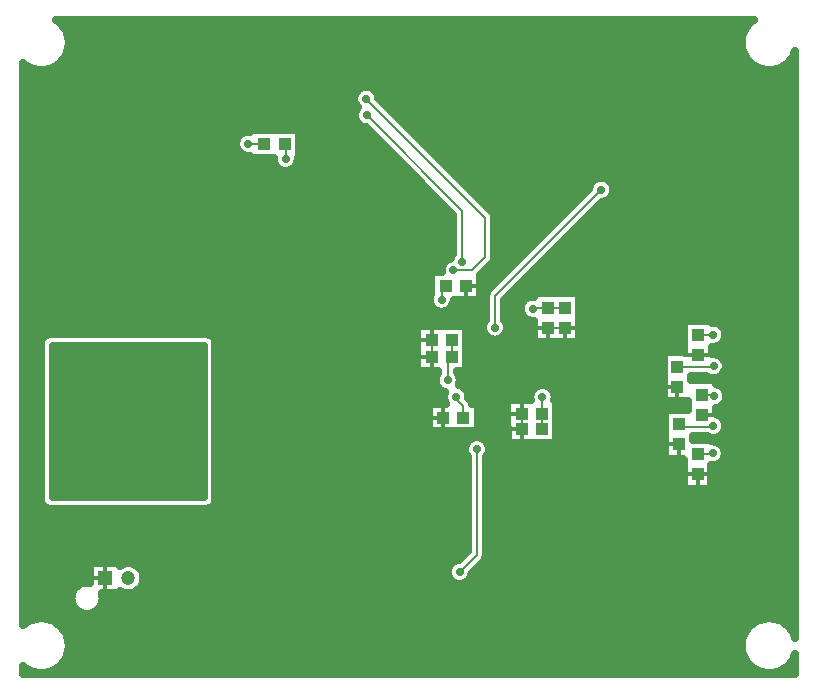
<source format=gbr>
G04 DipTrace 3.2.0.0*
G04 armboard1_layout_12PINCONNECTOR_Bottom.gbr*
%MOMM*%
G04 #@! TF.FileFunction,Copper,L2,Bot*
G04 #@! TF.Part,Single*
G04 #@! TA.AperFunction,Conductor*
%ADD13C,0.2*%
G04 #@! TA.AperFunction,ViaPad*
%ADD16C,0.7*%
G04 #@! TA.AperFunction,CopperBalancing*
%ADD18C,0.635*%
%ADD19C,0.33*%
%ADD22R,1.1X1.0*%
%ADD23R,1.0X1.1*%
G04 #@! TA.AperFunction,ComponentPad*
%ADD34R,1.2X1.2*%
%ADD35C,1.2*%
%FSLAX35Y35*%
G04*
G71*
G90*
G75*
G01*
G04 Bottom*
%LPD*%
X359940Y286823D2*
D13*
X369330Y296213D1*
X490443D1*
X490553Y296323D1*
X633330D1*
X-324537Y-121690D2*
Y21183D1*
Y-121690D2*
X-360163Y-157317D1*
Y-316690D1*
X-410163Y363310D2*
Y477303D1*
X-376997D1*
X-286363Y-459223D2*
X-302237D1*
X-227477Y-533983D1*
Y-633830D1*
X443810Y-459223D2*
Y-602083D1*
X439203D1*
X440000Y-730000D2*
X439203Y-729203D1*
Y-602083D1*
X-1739877Y1680443D2*
X-1731850D1*
Y1574087D1*
X-1730377Y1572613D1*
Y1555750D1*
X-1909877Y1680443D2*
X-1913110Y1683677D1*
X-2047603D1*
X-1043087Y1924683D2*
X-233723Y1115320D1*
Y686140D1*
X-1047750Y2063750D2*
Y2047877D1*
Y2063750D2*
X-40163Y1056163D1*
Y723310D1*
X-150163Y613310D1*
X-310163D1*
X-257460Y-1942090D2*
X-110377Y-1795007D1*
Y-901533D1*
X-494537Y21183D2*
Y-121690D1*
X-397477Y-633830D2*
Y-490970D1*
X269203Y-602083D2*
Y-459223D1*
X490443Y126213D2*
X484453Y120223D1*
X366567D1*
X490443Y126213D2*
X490553Y126323D1*
X633330D1*
X270000Y-730000D2*
X269203Y-729203D1*
Y-602083D1*
X1886183Y-938043D2*
X1878737Y-945490D1*
X1756397D1*
X1889577Y-704587D2*
X1895647Y-710657D1*
X1601357D1*
Y-688807D1*
X1898570Y-452423D2*
X1885907Y-439760D1*
X1796220D1*
X1892573Y-197620D2*
X1887573Y-202620D1*
X1586560D1*
X1889577Y66173D2*
X1887337Y63933D1*
X1758753D1*
X41920Y128347D2*
Y393017D1*
X942213Y1293310D1*
X939837D1*
D16*
X-1043087Y1924683D3*
X-310163Y613310D3*
X-110377Y-901533D3*
X939837Y1293310D3*
X-2047603Y1683677D3*
X-1730377Y1555750D3*
X-248093Y308353D3*
X1900257Y305450D3*
X-460000Y-240000D3*
X-1047750Y2063750D3*
X1889577Y66173D3*
X-397477Y-490970D3*
X-1234040Y427007D3*
X359940Y286823D3*
X-410163Y363310D3*
X443810Y-459223D3*
X-286363D3*
X-360163Y-316690D3*
X41920Y128347D3*
X269203Y-459223D3*
X366567Y120223D3*
X-1031877Y2349500D3*
X2265697Y1389513D3*
X-3484413Y-581430D3*
X1892573Y-197620D3*
X-939097Y390453D3*
X-1651333Y-1466503D3*
X-2234947Y-355917D3*
X1668260Y2184293D3*
X1898570Y-452423D3*
X-3009210Y151553D3*
X-3501333Y-865490D3*
Y-1024240D3*
X1118340Y1666307D3*
X-3310837Y-1151233D3*
X-2993337D3*
X-2771083Y-1024240D3*
Y-833740D3*
X-3486103Y-417600D3*
X-2802833Y-389233D3*
X-2612333D3*
Y-547987D3*
Y-738490D3*
Y-928990D3*
Y-1119483D3*
X-3660083D3*
Y-928990D3*
Y-706737D3*
X-2234947Y25083D3*
X-2219073Y-736917D3*
Y-1117917D3*
X-1111583Y-1466503D3*
X1889577Y-704587D3*
X1886183Y-938043D3*
X-503430Y1773477D3*
X-1826313Y2065500D3*
X-2825750Y1809750D3*
X-3252167Y124480D3*
X-1059097Y430453D3*
X-257460Y-1942090D3*
X-233723Y686140D3*
X1684897Y885920D3*
X-2283327Y1912160D3*
X-3192230Y-344613D3*
X-3669053Y-425867D3*
X-140000Y310000D3*
X-3601747Y2670580D2*
D18*
X2164473D1*
X-3571577Y2607413D2*
X2134213D1*
X-3561640Y2544247D2*
X2124280D1*
X-3569207Y2481080D2*
X2131843D1*
X-3596277Y2417913D2*
X2158913D1*
X-3653880Y2354747D2*
X2216517D1*
X2508853D2*
X2577637D1*
X-3946093Y2291580D2*
X2577637D1*
X-3946093Y2228413D2*
X2577637D1*
X-3946093Y2165247D2*
X-1066827D1*
X-1028700D2*
X2577637D1*
X-3946093Y2102080D2*
X-1148950D1*
X-946577D2*
X2577637D1*
X-3946093Y2038913D2*
X-1153327D1*
X-907293D2*
X2577637D1*
X-3946093Y1975747D2*
X-1138103D1*
X-844127D2*
X2577637D1*
X-3946093Y1912580D2*
X-1151047D1*
X-780963D2*
X2577637D1*
X-3946093Y1849413D2*
X-1118690D1*
X-717800D2*
X2577637D1*
X-3946093Y1786247D2*
X-2038533D1*
X-1611210D2*
X-1020343D1*
X-654637D2*
X2577637D1*
X-3946093Y1723080D2*
X-2148363D1*
X-1611210D2*
X-957180D1*
X-591380D2*
X2577637D1*
X-3946093Y1659913D2*
X-2153470D1*
X-1611210D2*
X-894017D1*
X-528217D2*
X2577637D1*
X-3946093Y1596747D2*
X-2107897D1*
X-1611210D2*
X-830760D1*
X-465053D2*
X2577637D1*
X-3946093Y1533580D2*
X-1836553D1*
X-1624153D2*
X-767597D1*
X-401890D2*
X2577637D1*
X-3946093Y1470413D2*
X-1793170D1*
X-1667630D2*
X-704433D1*
X-338723D2*
X2577637D1*
X-3946093Y1407247D2*
X-641270D1*
X-275560D2*
X2577637D1*
X-3946093Y1344080D2*
X-578103D1*
X-212397D2*
X844683D1*
X1035027D2*
X2577637D1*
X-3946093Y1280913D2*
X-514940D1*
X-149233D2*
X814147D1*
X1047693D2*
X2577637D1*
X-3946093Y1217747D2*
X-451777D1*
X-86070D2*
X750983D1*
X1015157D2*
X2577637D1*
X-3946093Y1154580D2*
X-388613D1*
X-22903D2*
X687820D1*
X919180D2*
X2577637D1*
X-3946093Y1091413D2*
X-325447D1*
X34973D2*
X624657D1*
X856013D2*
X2577637D1*
X-3946093Y1028247D2*
X-317337D1*
X43450D2*
X561493D1*
X792760D2*
X2577637D1*
X-3946093Y965080D2*
X-317337D1*
X43450D2*
X498327D1*
X729597D2*
X2577637D1*
X-3946093Y901913D2*
X-317337D1*
X43450D2*
X435163D1*
X666430D2*
X2577637D1*
X-3946093Y838747D2*
X-317337D1*
X43450D2*
X372000D1*
X603267D2*
X2577637D1*
X-3946093Y775580D2*
X-317337D1*
X43450D2*
X308837D1*
X540103D2*
X2577637D1*
X-3946093Y712413D2*
X-341853D1*
X42720D2*
X245673D1*
X476940D2*
X2577637D1*
X-3946093Y649247D2*
X-412310D1*
X1430D2*
X182507D1*
X413777D2*
X2577637D1*
X-3946093Y586080D2*
X-505643D1*
X-61733D2*
X119343D1*
X350610D2*
X2577637D1*
X-3946093Y522913D2*
X-505643D1*
X-78320D2*
X56180D1*
X287447D2*
X2577637D1*
X-3946093Y459747D2*
X-505643D1*
X-78320D2*
X-6983D1*
X224283D2*
X2577637D1*
X-3946093Y396580D2*
X-513210D1*
X-78320D2*
X-41620D1*
X161120D2*
X366803D1*
X756940D2*
X2577637D1*
X-3946093Y333413D2*
X-514303D1*
X-306003D2*
X-41710D1*
X125573D2*
X262533D1*
X756940D2*
X2577637D1*
X-3946093Y270247D2*
X-458977D1*
X-361330D2*
X-41710D1*
X125573D2*
X252690D1*
X756940D2*
X2577637D1*
X-3946093Y207080D2*
X-41710D1*
X125573D2*
X289513D1*
X756940D2*
X2577637D1*
X-3946093Y143913D2*
X-65500D1*
X149360D2*
X366803D1*
X756940D2*
X1635100D1*
X1962433D2*
X2577637D1*
X-3946093Y80747D2*
X-623220D1*
X-195900D2*
X-54927D1*
X138790D2*
X366803D1*
X756940D2*
X1635100D1*
X1997160D2*
X2577637D1*
X-3946093Y17580D2*
X-3804850D1*
X-2321147D2*
X-623220D1*
X-195900D2*
X366803D1*
X756940D2*
X1635100D1*
X1985950D2*
X2577637D1*
X-3946093Y-45587D2*
X-3806673D1*
X-2319323D2*
X-623220D1*
X-195900D2*
X1635100D1*
X1882407D2*
X2577637D1*
X-3946093Y-108753D2*
X-3806673D1*
X-2319323D2*
X-623220D1*
X-195900D2*
X1462923D1*
X1949583D2*
X2577637D1*
X-3946093Y-171920D2*
X-3806673D1*
X-2319323D2*
X-623220D1*
X-195900D2*
X1462923D1*
X1997890D2*
X2577637D1*
X-3946093Y-235087D2*
X-3806673D1*
X-2319323D2*
X-623220D1*
X-195900D2*
X1462923D1*
X1994063D2*
X2577637D1*
X-3946093Y-298253D2*
X-3806673D1*
X-2319323D2*
X-467090D1*
X-253230D2*
X1462923D1*
X1710233D2*
X1867887D1*
X1917227D2*
X2577637D1*
X-3946093Y-361420D2*
X-3806673D1*
X-2319323D2*
X-458520D1*
X-250040D2*
X407457D1*
X480130D2*
X1462923D1*
X1951587D2*
X2577637D1*
X-3946093Y-424587D2*
X-3806673D1*
X-2319323D2*
X-388977D1*
X-183777D2*
X341193D1*
X546393D2*
X1462923D1*
X2003360D2*
X2577637D1*
X-3946093Y-487753D2*
X-3806673D1*
X-2319323D2*
X-390983D1*
X-159167D2*
X140580D1*
X567813D2*
X1462923D1*
X2000897D2*
X2577637D1*
X-3946093Y-550920D2*
X-3806673D1*
X-2319323D2*
X-526150D1*
X-98830D2*
X140580D1*
X567813D2*
X1672560D1*
X1932540D2*
X2577637D1*
X-3946093Y-614087D2*
X-3806673D1*
X-2319323D2*
X-526150D1*
X-98830D2*
X140580D1*
X568633D2*
X1477690D1*
X1943567D2*
X2577637D1*
X-3946093Y-677253D2*
X-3806673D1*
X-2319323D2*
X-526150D1*
X-98830D2*
X140580D1*
X568633D2*
X1477690D1*
X1994517D2*
X2577637D1*
X-3946093Y-740420D2*
X-3806673D1*
X-2319323D2*
X-526150D1*
X-98830D2*
X141400D1*
X568633D2*
X1477690D1*
X1991693D2*
X2577637D1*
X-3946093Y-803587D2*
X-3806673D1*
X-2319323D2*
X-146257D1*
X-74493D2*
X141400D1*
X568633D2*
X1477690D1*
X1725000D2*
X1857493D1*
X1921693D2*
X2577637D1*
X-3946093Y-866753D2*
X-3806673D1*
X-2319323D2*
X-212883D1*
X-7867D2*
X1477690D1*
X1965897D2*
X2577637D1*
X-3946093Y-929920D2*
X-3806673D1*
X-2319323D2*
X-214980D1*
X-5770D2*
X1477690D1*
X1994517D2*
X2577637D1*
X-3946093Y-993087D2*
X-3806673D1*
X-2319323D2*
X-194017D1*
X-26733D2*
X1632730D1*
X1978750D2*
X2577637D1*
X-3946093Y-1056253D2*
X-3806673D1*
X-2319323D2*
X-194017D1*
X-26733D2*
X1632730D1*
X1880040D2*
X2577637D1*
X-3946093Y-1119420D2*
X-3806673D1*
X-2319323D2*
X-194017D1*
X-26733D2*
X1632730D1*
X1880040D2*
X2577637D1*
X-3946093Y-1182587D2*
X-3806673D1*
X-2319323D2*
X-194017D1*
X-26733D2*
X1632730D1*
X1880040D2*
X2577637D1*
X-3946093Y-1245753D2*
X-3806673D1*
X-2319323D2*
X-194017D1*
X-26733D2*
X2577637D1*
X-3946093Y-1308920D2*
X-3806673D1*
X-2319323D2*
X-194017D1*
X-26733D2*
X2577637D1*
X-3946093Y-1372087D2*
X-3797283D1*
X-2328803D2*
X-194017D1*
X-26733D2*
X2577637D1*
X-3946093Y-1435253D2*
X-194017D1*
X-26733D2*
X2577637D1*
X-3946093Y-1498420D2*
X-194017D1*
X-26733D2*
X2577637D1*
X-3946093Y-1561587D2*
X-194017D1*
X-26733D2*
X2577637D1*
X-3946093Y-1624753D2*
X-194017D1*
X-26733D2*
X2577637D1*
X-3946093Y-1687920D2*
X-194017D1*
X-26733D2*
X2577637D1*
X-3946093Y-1751087D2*
X-194017D1*
X-26733D2*
X2577637D1*
X-3946093Y-1814253D2*
X-245240D1*
X-29193D2*
X2577637D1*
X-3946093Y-1877420D2*
X-3395970D1*
X-3006107D2*
X-343040D1*
X-77137D2*
X2577637D1*
X-3946093Y-1940587D2*
X-3395970D1*
X-2940663D2*
X-366100D1*
X-140300D2*
X2577637D1*
X-3946093Y-2003753D2*
X-3395970D1*
X-2928997D2*
X-345410D1*
X-169467D2*
X2577637D1*
X-3946093Y-2066920D2*
X-3507623D1*
X-2951237D2*
X2577637D1*
X-3946093Y-2130087D2*
X-3546177D1*
X-3278450D2*
X2577637D1*
X-3946093Y-2193253D2*
X-3547543D1*
X-3276993D2*
X2577637D1*
X-3946093Y-2256420D2*
X-3513547D1*
X-3311080D2*
X2577637D1*
X-3946093Y-2319587D2*
X2577637D1*
X-3651877Y-2382753D2*
X2214513D1*
X2510767D2*
X2577637D1*
X-3595367Y-2445920D2*
X2158003D1*
X-3568750Y-2509087D2*
X2131480D1*
X-3561640Y-2572253D2*
X2124280D1*
X-3572033Y-2635420D2*
X2134670D1*
X-3602840Y-2698587D2*
X2165477D1*
X-3668190Y-2761753D2*
X2230827D1*
X2494453D2*
X2577637D1*
X-612160Y138473D2*
X-202247D1*
Y-238980D1*
X-282910D1*
X-282380Y-250257D1*
X-272947Y-263243D1*
X-265660Y-277547D1*
X-260700Y-292810D1*
X-258190Y-308663D1*
Y-324717D1*
X-260700Y-340570D1*
X-265660Y-355833D1*
X-267013Y-358770D1*
X-254753Y-361940D1*
X-239923Y-368083D1*
X-226240Y-376470D1*
X-214033Y-386893D1*
X-203610Y-399100D1*
X-195223Y-412783D1*
X-189080Y-427613D1*
X-185333Y-443220D1*
X-184073Y-459223D1*
X-184443Y-467717D1*
X-168703Y-483787D1*
X-161577Y-493600D1*
X-156070Y-504407D1*
X-152317Y-515963D1*
X-105187Y-516540D1*
Y-751120D1*
X-519767D1*
Y-516540D1*
X-371070D1*
X-377503Y-505663D1*
X-383647Y-490833D1*
X-387393Y-475227D1*
X-388653Y-459223D1*
X-387393Y-443220D1*
X-383647Y-427613D1*
X-379513Y-417143D1*
X-391773Y-413973D1*
X-406603Y-407830D1*
X-420287Y-399443D1*
X-432493Y-389020D1*
X-442917Y-376813D1*
X-451303Y-363130D1*
X-457447Y-348300D1*
X-461193Y-332693D1*
X-462453Y-316690D1*
X-461193Y-300687D1*
X-457447Y-285080D1*
X-451303Y-270250D1*
X-442917Y-256567D1*
X-437457Y-249727D1*
X-437453Y-238943D1*
X-616827Y-238980D1*
Y138473D1*
X-612160D1*
X-84707Y569457D2*
Y360013D1*
X-307843D1*
X-309133Y347307D1*
X-312880Y331700D1*
X-319023Y316870D1*
X-327410Y303187D1*
X-337833Y290980D1*
X-350040Y280557D1*
X-363723Y272170D1*
X-378553Y266027D1*
X-394160Y262280D1*
X-410163Y261020D1*
X-426167Y262280D1*
X-441773Y266027D1*
X-456603Y272170D1*
X-470287Y280557D1*
X-482493Y290980D1*
X-492917Y303187D1*
X-501303Y316870D1*
X-507447Y331700D1*
X-511193Y347307D1*
X-512453Y363310D1*
X-511193Y379313D1*
X-507447Y394920D1*
X-501303Y409750D1*
X-499297Y413333D1*
X-499287Y594593D1*
X-410783D1*
X-412453Y613310D1*
X-411193Y629313D1*
X-407447Y644920D1*
X-401303Y659750D1*
X-392917Y673433D1*
X-382493Y685640D1*
X-370287Y696063D1*
X-356603Y704450D1*
X-341773Y710593D1*
X-332410Y713097D1*
X-328227Y725283D1*
X-320940Y739587D1*
X-311017Y753103D1*
X-311013Y1083263D1*
X-1050367Y1822657D1*
X-1066967Y1825220D1*
X-1082230Y1830180D1*
X-1096533Y1837467D1*
X-1109520Y1846900D1*
X-1120870Y1858250D1*
X-1130303Y1871237D1*
X-1137590Y1885540D1*
X-1142550Y1900803D1*
X-1145060Y1916657D1*
Y1932710D1*
X-1142550Y1948563D1*
X-1137590Y1963827D1*
X-1130303Y1978130D1*
X-1120337Y1991690D1*
X-1130503Y2003627D1*
X-1138890Y2017310D1*
X-1145033Y2032140D1*
X-1148780Y2047747D1*
X-1150040Y2063750D1*
X-1148780Y2079753D1*
X-1145033Y2095360D1*
X-1138890Y2110190D1*
X-1130503Y2123873D1*
X-1120080Y2136080D1*
X-1107873Y2146503D1*
X-1094190Y2154890D1*
X-1079360Y2161033D1*
X-1063753Y2164780D1*
X-1047750Y2166040D1*
X-1031747Y2164780D1*
X-1016140Y2161033D1*
X-1001310Y2154890D1*
X-987627Y2146503D1*
X-975420Y2136080D1*
X-964997Y2123873D1*
X-956610Y2110190D1*
X-950467Y2095360D1*
X-946720Y2079753D1*
X-945747Y2071053D1*
X18610Y1106360D1*
X25737Y1096547D1*
X31243Y1085740D1*
X34990Y1074207D1*
X36890Y1062227D1*
X37127Y869497D1*
X36890Y717247D1*
X34990Y705267D1*
X31243Y693733D1*
X25737Y682927D1*
X18610Y673113D1*
X-84720Y569447D1*
X151580Y-484793D2*
X344753D1*
X341837Y-467250D1*
Y-451197D1*
X344347Y-435343D1*
X349307Y-420080D1*
X356593Y-405777D1*
X366027Y-392790D1*
X377377Y-381440D1*
X390363Y-372007D1*
X404667Y-364720D1*
X419930Y-359760D1*
X435783Y-357250D1*
X451837D1*
X467690Y-359760D1*
X482953Y-364720D1*
X497257Y-372007D1*
X510243Y-381440D1*
X521593Y-392790D1*
X531027Y-405777D1*
X538313Y-420080D1*
X543273Y-435343D1*
X545783Y-451197D1*
Y-467250D1*
X542787Y-484823D1*
X561493Y-484793D1*
Y-612670D1*
X562290Y-612710D1*
Y-847290D1*
X147710D1*
Y-719377D1*
X146913Y-719373D1*
Y-484793D1*
X151580D1*
X750620Y174037D2*
Y4033D1*
X373153Y3923D1*
Y185393D1*
X359940Y184533D1*
X343937Y185793D1*
X328330Y189540D1*
X313500Y195683D1*
X299817Y204070D1*
X287610Y214493D1*
X277187Y226700D1*
X268800Y240383D1*
X262657Y255213D1*
X258910Y270820D1*
X257650Y286823D1*
X258910Y302827D1*
X262657Y318433D1*
X268800Y333263D1*
X277187Y346947D1*
X287610Y359153D1*
X299817Y369577D1*
X313500Y377963D1*
X328330Y384107D1*
X343937Y387853D1*
X359940Y389113D1*
X373170Y388183D1*
X373153Y418503D1*
X750620Y418613D1*
X750530Y174033D1*
X-3568633Y2521790D2*
X-3570773Y2503693D1*
X-3574330Y2485820D1*
X-3579277Y2468283D1*
X-3585583Y2451187D1*
X-3593213Y2434637D1*
X-3602117Y2418737D1*
X-3612240Y2403583D1*
X-3623523Y2389273D1*
X-3635893Y2375893D1*
X-3649273Y2363523D1*
X-3663583Y2352240D1*
X-3678737Y2342117D1*
X-3694637Y2333213D1*
X-3711187Y2325583D1*
X-3728283Y2319277D1*
X-3745820Y2314330D1*
X-3763693Y2310773D1*
X-3781790Y2308633D1*
X-3800000Y2307917D1*
X-3818210Y2308633D1*
X-3836307Y2310773D1*
X-3854180Y2314330D1*
X-3871717Y2319277D1*
X-3888813Y2325583D1*
X-3905363Y2333213D1*
X-3921263Y2342117D1*
X-3936417Y2352240D1*
X-3952450Y2365117D1*
X-3952490Y-2391627D1*
X-3936417Y-2378753D1*
X-3921263Y-2368630D1*
X-3905363Y-2359727D1*
X-3888813Y-2352097D1*
X-3871717Y-2345790D1*
X-3854180Y-2340843D1*
X-3836307Y-2337287D1*
X-3818210Y-2335147D1*
X-3800000Y-2334430D1*
X-3781790Y-2335147D1*
X-3763693Y-2337287D1*
X-3745820Y-2340843D1*
X-3728283Y-2345790D1*
X-3711187Y-2352097D1*
X-3694637Y-2359727D1*
X-3678737Y-2368630D1*
X-3663583Y-2378753D1*
X-3649273Y-2390037D1*
X-3635893Y-2402407D1*
X-3623523Y-2415787D1*
X-3612240Y-2430097D1*
X-3602117Y-2445250D1*
X-3593213Y-2461150D1*
X-3585583Y-2477700D1*
X-3579277Y-2494797D1*
X-3574330Y-2512333D1*
X-3570773Y-2530207D1*
X-3568633Y-2548303D1*
X-3567917Y-2566513D1*
X-3568633Y-2584723D1*
X-3570773Y-2602820D1*
X-3574330Y-2620693D1*
X-3579277Y-2638230D1*
X-3585583Y-2655327D1*
X-3593213Y-2671877D1*
X-3602117Y-2687777D1*
X-3612240Y-2702930D1*
X-3623523Y-2717240D1*
X-3635893Y-2730620D1*
X-3649273Y-2742990D1*
X-3663583Y-2754273D1*
X-3678737Y-2764397D1*
X-3694637Y-2773300D1*
X-3711187Y-2780930D1*
X-3728283Y-2787237D1*
X-3745820Y-2792183D1*
X-3763693Y-2795740D1*
X-3781790Y-2797880D1*
X-3800000Y-2798597D1*
X-3818210Y-2797880D1*
X-3836307Y-2795740D1*
X-3854180Y-2792183D1*
X-3871717Y-2787237D1*
X-3888813Y-2780930D1*
X-3905363Y-2773300D1*
X-3921263Y-2764397D1*
X-3936417Y-2754273D1*
X-3952450Y-2741397D1*
X-3952490Y-2802693D1*
X2584003Y-2802753D1*
X2584010Y-2636260D1*
X2577077Y-2655327D1*
X2569447Y-2671877D1*
X2560543Y-2687777D1*
X2550420Y-2702930D1*
X2539137Y-2717240D1*
X2526767Y-2730620D1*
X2513387Y-2742990D1*
X2499077Y-2754273D1*
X2483923Y-2764397D1*
X2468023Y-2773300D1*
X2451473Y-2780930D1*
X2434377Y-2787237D1*
X2416840Y-2792183D1*
X2398967Y-2795740D1*
X2380870Y-2797880D1*
X2362660Y-2798597D1*
X2344450Y-2797880D1*
X2326353Y-2795740D1*
X2308480Y-2792183D1*
X2290943Y-2787237D1*
X2273847Y-2780930D1*
X2257297Y-2773300D1*
X2241397Y-2764397D1*
X2226243Y-2754273D1*
X2211933Y-2742990D1*
X2198553Y-2730620D1*
X2186183Y-2717240D1*
X2174900Y-2702930D1*
X2164777Y-2687777D1*
X2155873Y-2671877D1*
X2148243Y-2655327D1*
X2141937Y-2638230D1*
X2136990Y-2620693D1*
X2133433Y-2602820D1*
X2131293Y-2584723D1*
X2130577Y-2566513D1*
X2131293Y-2548303D1*
X2133433Y-2530207D1*
X2136990Y-2512333D1*
X2141937Y-2494797D1*
X2148243Y-2477700D1*
X2155873Y-2461150D1*
X2164777Y-2445250D1*
X2174900Y-2430097D1*
X2186183Y-2415787D1*
X2198553Y-2402407D1*
X2211933Y-2390037D1*
X2226243Y-2378753D1*
X2241397Y-2368630D1*
X2257297Y-2359727D1*
X2273847Y-2352097D1*
X2290943Y-2345790D1*
X2308480Y-2340843D1*
X2326353Y-2337287D1*
X2344450Y-2335147D1*
X2362660Y-2334430D1*
X2380870Y-2335147D1*
X2398967Y-2337287D1*
X2416840Y-2340843D1*
X2434377Y-2345790D1*
X2451473Y-2352097D1*
X2468023Y-2359727D1*
X2483923Y-2368630D1*
X2499077Y-2378753D1*
X2513387Y-2390037D1*
X2526767Y-2402407D1*
X2539137Y-2415787D1*
X2550420Y-2430097D1*
X2560543Y-2445250D1*
X2569447Y-2461150D1*
X2577077Y-2477700D1*
X2584023Y-2497057D1*
X2584010Y2470277D1*
X2577077Y2451187D1*
X2569447Y2434637D1*
X2560543Y2418737D1*
X2550420Y2403583D1*
X2539137Y2389273D1*
X2526767Y2375893D1*
X2513387Y2363523D1*
X2499077Y2352240D1*
X2483923Y2342117D1*
X2468023Y2333213D1*
X2451473Y2325583D1*
X2434377Y2319277D1*
X2416840Y2314330D1*
X2398967Y2310773D1*
X2380870Y2308633D1*
X2362660Y2307917D1*
X2344450Y2308633D1*
X2326353Y2310773D1*
X2308480Y2314330D1*
X2290943Y2319277D1*
X2273847Y2325583D1*
X2257297Y2333213D1*
X2241397Y2342117D1*
X2226243Y2352240D1*
X2211933Y2363523D1*
X2198553Y2375893D1*
X2186183Y2389273D1*
X2174900Y2403583D1*
X2164777Y2418737D1*
X2155873Y2434637D1*
X2148243Y2451187D1*
X2141937Y2468283D1*
X2136990Y2485820D1*
X2133433Y2503693D1*
X2131293Y2521790D1*
X2130577Y2540000D1*
X2131293Y2558210D1*
X2133433Y2576307D1*
X2136990Y2594180D1*
X2141937Y2611717D1*
X2148243Y2628813D1*
X2155873Y2645363D1*
X2164777Y2661263D1*
X2174900Y2676417D1*
X2186183Y2690727D1*
X2198553Y2704107D1*
X2211933Y2716477D1*
X2235183Y2733730D1*
X-3672300Y2733747D1*
X-3649273Y2716477D1*
X-3635893Y2704107D1*
X-3623523Y2690727D1*
X-3612240Y2676417D1*
X-3602117Y2661263D1*
X-3593213Y2645363D1*
X-3585583Y2628813D1*
X-3579277Y2611717D1*
X-3574330Y2594180D1*
X-3570773Y2576307D1*
X-3568633Y2558210D1*
X-3567917Y2540000D1*
X-3568633Y2521790D1*
X-3384917Y-1867247D2*
X-3135003D1*
Y-1890053D1*
X-3120083Y-1881120D1*
X-3101627Y-1873477D1*
X-3082207Y-1868813D1*
X-3062293Y-1867247D1*
X-3042380Y-1868813D1*
X-3022960Y-1873477D1*
X-3004503Y-1881120D1*
X-2987473Y-1891557D1*
X-2972287Y-1904530D1*
X-2959313Y-1919717D1*
X-2948877Y-1936747D1*
X-2941233Y-1955203D1*
X-2936570Y-1974623D1*
X-2935003Y-1994537D1*
X-2936570Y-2014450D1*
X-2941233Y-2033870D1*
X-2948877Y-2052327D1*
X-2959313Y-2069357D1*
X-2972287Y-2084543D1*
X-2987473Y-2097517D1*
X-3004503Y-2107953D1*
X-3022960Y-2115597D1*
X-3042380Y-2120260D1*
X-3062293Y-2121827D1*
X-3082207Y-2120260D1*
X-3101627Y-2115597D1*
X-3120083Y-2107953D1*
X-3135003Y-2098927D1*
Y-2121827D1*
X-3287307D1*
X-3281837Y-2143873D1*
X-3280210Y-2164537D1*
X-3281837Y-2185200D1*
X-3286673Y-2205353D1*
X-3294607Y-2224500D1*
X-3305437Y-2242173D1*
X-3318897Y-2257933D1*
X-3334657Y-2271393D1*
X-3352330Y-2282223D1*
X-3371477Y-2290157D1*
X-3391630Y-2294993D1*
X-3412293Y-2296620D1*
X-3432957Y-2294993D1*
X-3453110Y-2290157D1*
X-3472257Y-2282223D1*
X-3489930Y-2271393D1*
X-3505690Y-2257933D1*
X-3519150Y-2242173D1*
X-3529980Y-2224500D1*
X-3537913Y-2205353D1*
X-3542750Y-2185200D1*
X-3544377Y-2164537D1*
X-3542750Y-2143873D1*
X-3537913Y-2123720D1*
X-3529980Y-2104573D1*
X-3519150Y-2086900D1*
X-3505690Y-2071140D1*
X-3489930Y-2057680D1*
X-3472257Y-2046850D1*
X-3453110Y-2038917D1*
X-3432957Y-2034080D1*
X-3412293Y-2032453D1*
X-3391630Y-2034080D1*
X-3389603Y-2034483D1*
X-3389583Y-1867247D1*
X-3384917D1*
X1873687Y-1067777D2*
Y-1237780D1*
X1639107D1*
X1639127Y-993200D1*
X1634647Y-981097D1*
X1484067D1*
Y-566517D1*
X1678847D1*
X1678930Y-494907D1*
X1469270Y-494910D1*
Y-80330D1*
X1641443D1*
X1641463Y186223D1*
X1876043D1*
Y167537D1*
X1889577Y168463D1*
X1905580Y167203D1*
X1921187Y163457D1*
X1936017Y157313D1*
X1949700Y148927D1*
X1961907Y138503D1*
X1972330Y126297D1*
X1980717Y112613D1*
X1986860Y97783D1*
X1990607Y82177D1*
X1991867Y66173D1*
X1990607Y50170D1*
X1986860Y34563D1*
X1980717Y19733D1*
X1972330Y6050D1*
X1961907Y-6157D1*
X1949700Y-16580D1*
X1936017Y-24967D1*
X1921187Y-31110D1*
X1905580Y-34857D1*
X1889577Y-36117D1*
X1876037Y-35150D1*
X1876043Y-96670D1*
X1892573Y-95330D1*
X1908577Y-96590D1*
X1924183Y-100337D1*
X1939013Y-106480D1*
X1952697Y-114867D1*
X1964903Y-125290D1*
X1975327Y-137497D1*
X1983713Y-151180D1*
X1989857Y-166010D1*
X1993603Y-181617D1*
X1994863Y-197620D1*
X1993603Y-213623D1*
X1989857Y-229230D1*
X1983713Y-244060D1*
X1975327Y-257743D1*
X1964903Y-269950D1*
X1952697Y-280373D1*
X1939013Y-288760D1*
X1924183Y-294903D1*
X1908577Y-298650D1*
X1892573Y-299910D1*
X1876570Y-298650D1*
X1860963Y-294903D1*
X1846133Y-288760D1*
X1831883Y-279927D1*
X1703913Y-279910D1*
X1703850Y-317487D1*
X1913510Y-317470D1*
Y-351287D1*
X1930180Y-355140D1*
X1945010Y-361283D1*
X1958693Y-369670D1*
X1970900Y-380093D1*
X1981323Y-392300D1*
X1989710Y-405983D1*
X1995853Y-420813D1*
X1999600Y-436420D1*
X2000860Y-452423D1*
X1999600Y-468427D1*
X1995853Y-484033D1*
X1989710Y-498863D1*
X1981323Y-512547D1*
X1970900Y-524753D1*
X1958693Y-535177D1*
X1945010Y-543563D1*
X1930180Y-549707D1*
X1913480Y-553583D1*
X1913510Y-605140D1*
X1928720Y-610083D1*
X1943023Y-617370D1*
X1956010Y-626803D1*
X1967360Y-638153D1*
X1976793Y-651140D1*
X1984080Y-665443D1*
X1989040Y-680707D1*
X1991550Y-696560D1*
Y-712613D1*
X1989040Y-728467D1*
X1984080Y-743730D1*
X1976793Y-758033D1*
X1967360Y-771020D1*
X1956010Y-782370D1*
X1943023Y-791803D1*
X1928720Y-799090D1*
X1913457Y-804050D1*
X1897603Y-806560D1*
X1881550D1*
X1865697Y-804050D1*
X1850433Y-799090D1*
X1836130Y-791803D1*
X1830367Y-787950D1*
X1718733Y-787947D1*
X1718647Y-823197D1*
X1873687Y-823200D1*
Y-836600D1*
X1886183Y-835753D1*
X1902187Y-837013D1*
X1917793Y-840760D1*
X1932623Y-846903D1*
X1946307Y-855290D1*
X1958513Y-865713D1*
X1968937Y-877920D1*
X1977323Y-891603D1*
X1983467Y-906433D1*
X1987213Y-922040D1*
X1988473Y-938043D1*
X1987213Y-954047D1*
X1983467Y-969653D1*
X1977323Y-984483D1*
X1968937Y-998167D1*
X1958513Y-1010373D1*
X1946307Y-1020797D1*
X1932623Y-1029183D1*
X1917793Y-1035327D1*
X1902187Y-1039073D1*
X1886183Y-1040333D1*
X1873703Y-1039490D1*
X1873597Y-1067780D1*
X-1838833Y1797733D2*
X-1617587D1*
Y1563153D1*
X-1628433D1*
X-1628403Y1547723D1*
X-1630913Y1531870D1*
X-1635873Y1516607D1*
X-1643160Y1502303D1*
X-1652593Y1489317D1*
X-1663943Y1477967D1*
X-1676930Y1468533D1*
X-1691233Y1461247D1*
X-1706497Y1456287D1*
X-1722350Y1453777D1*
X-1738403D1*
X-1754257Y1456287D1*
X-1769520Y1461247D1*
X-1783823Y1468533D1*
X-1796810Y1477967D1*
X-1808160Y1489317D1*
X-1817593Y1502303D1*
X-1824880Y1516607D1*
X-1829840Y1531870D1*
X-1832350Y1547723D1*
X-1832373Y1563180D1*
X-2032167Y1563153D1*
Y1582567D1*
X-2047603Y1581387D1*
X-2063607Y1582647D1*
X-2079213Y1586393D1*
X-2094043Y1592537D1*
X-2107727Y1600923D1*
X-2119933Y1611347D1*
X-2130357Y1623553D1*
X-2138743Y1637237D1*
X-2144887Y1652067D1*
X-2148633Y1667673D1*
X-2149893Y1683677D1*
X-2148633Y1699680D1*
X-2144887Y1715287D1*
X-2138743Y1730117D1*
X-2130357Y1743800D1*
X-2119933Y1756007D1*
X-2107727Y1766430D1*
X-2094043Y1774817D1*
X-2079213Y1780960D1*
X-2063607Y1784707D1*
X-2047603Y1785967D1*
X-2032193Y1784777D1*
X-2032167Y1797733D1*
X-1838833D1*
X143893Y120320D2*
X141383Y104467D1*
X136423Y89203D1*
X129137Y74900D1*
X119703Y61913D1*
X108353Y50563D1*
X95367Y41130D1*
X81063Y33843D1*
X65800Y28883D1*
X49947Y26373D1*
X33893D1*
X18040Y28883D1*
X2777Y33843D1*
X-11527Y41130D1*
X-24513Y50563D1*
X-35863Y61913D1*
X-45297Y74900D1*
X-52583Y89203D1*
X-57543Y104467D1*
X-60053Y120320D1*
Y136373D1*
X-57543Y152227D1*
X-52583Y167490D1*
X-45297Y181793D1*
X-35373Y195310D1*
X-35133Y399080D1*
X-33233Y411060D1*
X-29487Y422593D1*
X-23980Y433400D1*
X-16853Y443213D1*
X119260Y579663D1*
X837683Y1298083D1*
X838807Y1309313D1*
X842553Y1324920D1*
X848697Y1339750D1*
X857083Y1353433D1*
X867507Y1365640D1*
X879713Y1376063D1*
X893397Y1384450D1*
X908227Y1390593D1*
X923833Y1394340D1*
X939837Y1395600D1*
X955840Y1394340D1*
X971447Y1390593D1*
X986277Y1384450D1*
X999960Y1376063D1*
X1012167Y1365640D1*
X1022590Y1353433D1*
X1030977Y1339750D1*
X1037120Y1324920D1*
X1040867Y1309313D1*
X1042127Y1293310D1*
X1040867Y1277307D1*
X1037120Y1261700D1*
X1030977Y1246870D1*
X1022590Y1233187D1*
X1012167Y1220980D1*
X999960Y1210557D1*
X986277Y1202170D1*
X971447Y1196027D1*
X955840Y1192280D1*
X949763Y1191560D1*
X119253Y361043D1*
X119703Y194780D1*
X129137Y181793D1*
X136423Y167490D1*
X141383Y152227D1*
X143893Y136373D1*
Y120320D1*
X-155457Y-1949393D2*
X-157997Y-1965970D1*
X-162957Y-1981233D1*
X-170243Y-1995537D1*
X-179677Y-2008523D1*
X-191027Y-2019873D1*
X-204013Y-2029307D1*
X-218317Y-2036593D1*
X-233580Y-2041553D1*
X-249433Y-2044063D1*
X-265487D1*
X-281340Y-2041553D1*
X-296603Y-2036593D1*
X-310907Y-2029307D1*
X-323893Y-2019873D1*
X-335243Y-2008523D1*
X-344677Y-1995537D1*
X-351963Y-1981233D1*
X-356923Y-1965970D1*
X-359433Y-1950117D1*
Y-1934063D1*
X-356923Y-1918210D1*
X-351963Y-1902947D1*
X-344677Y-1888643D1*
X-335243Y-1875657D1*
X-323893Y-1864307D1*
X-310907Y-1854873D1*
X-296603Y-1847587D1*
X-281340Y-1842627D1*
X-264763Y-1840087D1*
X-187660Y-1762983D1*
X-188160Y-967967D1*
X-197593Y-954980D1*
X-204880Y-940677D1*
X-209840Y-925413D1*
X-212350Y-909560D1*
Y-893507D1*
X-209840Y-877653D1*
X-204880Y-862390D1*
X-197593Y-848087D1*
X-188160Y-835100D1*
X-176810Y-823750D1*
X-163823Y-814317D1*
X-149520Y-807030D1*
X-134257Y-802070D1*
X-118403Y-799560D1*
X-102350D1*
X-86497Y-802070D1*
X-71233Y-807030D1*
X-56930Y-814317D1*
X-43943Y-823750D1*
X-32593Y-835100D1*
X-23160Y-848087D1*
X-15873Y-862390D1*
X-10913Y-877653D1*
X-8403Y-893507D1*
Y-909560D1*
X-10913Y-925413D1*
X-15873Y-940677D1*
X-23160Y-954980D1*
X-33083Y-968497D1*
X-33323Y-1801070D1*
X-35223Y-1813050D1*
X-38970Y-1824583D1*
X-44477Y-1835390D1*
X-51603Y-1845203D1*
X-155427Y-1949363D1*
X-3800297Y-1337707D2*
X-3800090Y7483D1*
X-3798437Y17913D1*
X-3795173Y27953D1*
X-3790380Y37363D1*
X-3784173Y45903D1*
X-3776707Y53370D1*
X-3768167Y59577D1*
X-3758757Y64370D1*
X-3748717Y67633D1*
X-3738287Y69287D1*
X-3453007Y69493D1*
X-2387727Y69287D1*
X-2377297Y67633D1*
X-2367257Y64370D1*
X-2357847Y59577D1*
X-2349307Y53370D1*
X-2341840Y45903D1*
X-2335633Y37363D1*
X-2330840Y27953D1*
X-2327577Y17913D1*
X-2325923Y7483D1*
X-2325717Y-277797D1*
X-2325923Y-1343077D1*
X-2327577Y-1353507D1*
X-2330840Y-1363547D1*
X-2335633Y-1372957D1*
X-2341840Y-1381497D1*
X-2349307Y-1388963D1*
X-2357847Y-1395170D1*
X-2367257Y-1399963D1*
X-2377297Y-1403227D1*
X-2387727Y-1404880D1*
X-2673007Y-1405087D1*
X-3738287Y-1404880D1*
X-3748717Y-1403227D1*
X-3758757Y-1399963D1*
X-3768167Y-1395170D1*
X-3776707Y-1388963D1*
X-3784173Y-1381497D1*
X-3790380Y-1372957D1*
X-3795173Y-1363547D1*
X-3798437Y-1353507D1*
X-3800090Y-1343077D1*
X-3800297Y-1337777D1*
X-494537Y138383D2*
D19*
Y21183D1*
X-616737D2*
X-494537D1*
Y-121690D2*
Y-238890D1*
X-616737Y-121690D2*
X-494537D1*
X-206997Y477303D2*
Y360103D1*
Y477303D2*
X-84797D1*
X269203Y-484883D2*
Y-602083D1*
X147003D2*
X269203D1*
X-397477Y-516630D2*
Y-751030D1*
X-519677Y-633830D2*
X-397477D1*
X633330Y126323D2*
Y4123D1*
Y126323D2*
X750530D1*
X490443Y126213D2*
Y4013D1*
X373243Y126213D2*
X490443D1*
X270000Y-730000D2*
Y-847200D1*
X147803Y-730000D2*
X270000D1*
X-3262293Y-1867340D2*
Y-2121737D1*
X-3389490Y-1994537D2*
X-3262293D1*
X1756397Y-1115490D2*
Y-1237690D1*
X1639200Y-1115490D2*
X1873597D1*
X1601357Y-858807D2*
Y-981007D1*
X1484160Y-858807D2*
X1601357D1*
X1796220Y-609760D2*
X1913420D1*
X1586560Y-372620D2*
Y-494820D1*
X1469360Y-372620D2*
X1586560D1*
X1641553Y-106067D2*
X1875953D1*
X-3694860Y-92713D2*
D18*
X-2431063D1*
X-3694860Y-155880D2*
X-2431063D1*
X-3694860Y-219047D2*
X-2431063D1*
X-3694860Y-282213D2*
X-2431063D1*
X-3694860Y-345380D2*
X-2431063D1*
X-3694860Y-408547D2*
X-2431063D1*
X-3694860Y-471713D2*
X-2431063D1*
X-3694860Y-534880D2*
X-2431063D1*
X-3694860Y-598047D2*
X-2431063D1*
X-3694860Y-661213D2*
X-2431063D1*
X-3694860Y-724380D2*
X-2431063D1*
X-3694860Y-787547D2*
X-2431063D1*
X-3694860Y-850713D2*
X-2431063D1*
X-3694860Y-913880D2*
X-2431063D1*
X-3694860Y-977047D2*
X-2431063D1*
X-3694860Y-1040213D2*
X-2431063D1*
X-3694860Y-1103380D2*
X-2431063D1*
X-3694860Y-1166547D2*
X-2431063D1*
X-3694860Y-1229713D2*
X-2431063D1*
X-3694860Y-1292880D2*
X-2431063D1*
X-3701257Y-29607D2*
Y-1306013D1*
X-2424790Y-1306047D1*
X-2424757Y-29580D1*
X-3701223Y-29547D1*
D22*
X-494537Y21183D3*
X-324537D3*
X-494537Y-121690D3*
X-324537D3*
X-206997Y477303D3*
X-376997D3*
X269203Y-602083D3*
X439203D3*
X-397477Y-633830D3*
X-227477D3*
D23*
X633330Y126323D3*
Y296323D3*
X490443Y126213D3*
Y296213D3*
D22*
X270000Y-730000D3*
X440000D3*
D34*
X-3262293Y-1994537D3*
D35*
X-3062293D3*
D23*
X1756397Y-1115490D3*
Y-945490D3*
X1601357Y-858807D3*
Y-688807D3*
X1796220Y-609760D3*
Y-439760D3*
X1586560Y-372620D3*
Y-202620D3*
X1758753Y-106067D3*
Y63933D3*
D22*
X-1739877Y1680443D3*
X-1909877D3*
M02*

</source>
